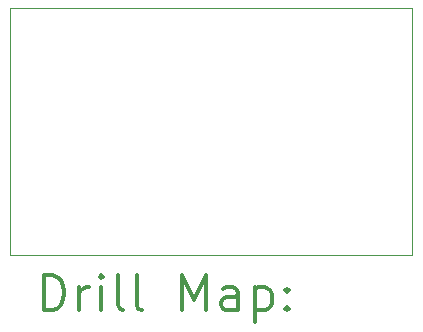
<source format=gbr>
%FSLAX45Y45*%
G04 Gerber Fmt 4.5, Leading zero omitted, Abs format (unit mm)*
G04 Created by KiCad (PCBNEW 5.1.10-88a1d61d58~88~ubuntu18.04.1) date 2021-11-13 13:01:02*
%MOMM*%
%LPD*%
G01*
G04 APERTURE LIST*
%TA.AperFunction,Profile*%
%ADD10C,0.050000*%
%TD*%
%ADD11C,0.200000*%
%ADD12C,0.300000*%
G04 APERTURE END LIST*
D10*
X10731500Y-4838700D02*
X7327900Y-4838700D01*
X10731500Y-6934200D02*
X10731500Y-4838700D01*
X7327900Y-6934200D02*
X10731500Y-6934200D01*
X7327900Y-4838700D02*
X7327900Y-6934200D01*
D11*
D12*
X7611828Y-7402414D02*
X7611828Y-7102414D01*
X7683257Y-7102414D01*
X7726114Y-7116700D01*
X7754686Y-7145271D01*
X7768971Y-7173843D01*
X7783257Y-7230986D01*
X7783257Y-7273843D01*
X7768971Y-7330986D01*
X7754686Y-7359557D01*
X7726114Y-7388129D01*
X7683257Y-7402414D01*
X7611828Y-7402414D01*
X7911828Y-7402414D02*
X7911828Y-7202414D01*
X7911828Y-7259557D02*
X7926114Y-7230986D01*
X7940400Y-7216700D01*
X7968971Y-7202414D01*
X7997543Y-7202414D01*
X8097543Y-7402414D02*
X8097543Y-7202414D01*
X8097543Y-7102414D02*
X8083257Y-7116700D01*
X8097543Y-7130986D01*
X8111828Y-7116700D01*
X8097543Y-7102414D01*
X8097543Y-7130986D01*
X8283257Y-7402414D02*
X8254686Y-7388129D01*
X8240400Y-7359557D01*
X8240400Y-7102414D01*
X8440400Y-7402414D02*
X8411828Y-7388129D01*
X8397543Y-7359557D01*
X8397543Y-7102414D01*
X8783257Y-7402414D02*
X8783257Y-7102414D01*
X8883257Y-7316700D01*
X8983257Y-7102414D01*
X8983257Y-7402414D01*
X9254686Y-7402414D02*
X9254686Y-7245271D01*
X9240400Y-7216700D01*
X9211828Y-7202414D01*
X9154686Y-7202414D01*
X9126114Y-7216700D01*
X9254686Y-7388129D02*
X9226114Y-7402414D01*
X9154686Y-7402414D01*
X9126114Y-7388129D01*
X9111828Y-7359557D01*
X9111828Y-7330986D01*
X9126114Y-7302414D01*
X9154686Y-7288129D01*
X9226114Y-7288129D01*
X9254686Y-7273843D01*
X9397543Y-7202414D02*
X9397543Y-7502414D01*
X9397543Y-7216700D02*
X9426114Y-7202414D01*
X9483257Y-7202414D01*
X9511828Y-7216700D01*
X9526114Y-7230986D01*
X9540400Y-7259557D01*
X9540400Y-7345271D01*
X9526114Y-7373843D01*
X9511828Y-7388129D01*
X9483257Y-7402414D01*
X9426114Y-7402414D01*
X9397543Y-7388129D01*
X9668971Y-7373843D02*
X9683257Y-7388129D01*
X9668971Y-7402414D01*
X9654686Y-7388129D01*
X9668971Y-7373843D01*
X9668971Y-7402414D01*
X9668971Y-7216700D02*
X9683257Y-7230986D01*
X9668971Y-7245271D01*
X9654686Y-7230986D01*
X9668971Y-7216700D01*
X9668971Y-7245271D01*
M02*

</source>
